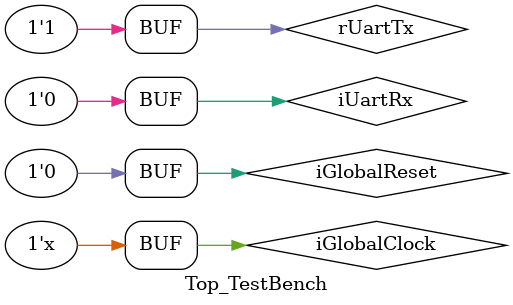
<source format=v>
`timescale 1ns / 1ps


module Top_TestBench;

	// Inputs
	reg iGlobalClock;
	reg iGlobalReset;
	reg rUartIn;
	reg wUartRx;
	
	
	always
	begin
		#5 iGlobalClock = ~iGlobalClock;
	end
	
	
	

	// Outputs
	wire oUartTx;

	// Instantiate the Unit Under Test (UUT)
	top uut (
		.iGlobalClock(iGlobalClock), 
		.iGlobalReset(iGlobalReset), 
		.oUartTx(wUartRx), 
		.iUartRx(rUartTx)
	);

	initial begin
		// Initialize Inputs
		iGlobalClock = 0;
		iGlobalReset = 0;
		iUartRx = 0;

		// Wait 100 ns for global reset to finish
		#100;
        
		iGlobalReset = 1'b1;
		#10
		iGlobalReset = 1'b0;
		
		
		//01001000 - H
		#5 rUartTx = 1'b0;
		#5 rUartTx = 1'b1;
		#5 rUartTx = 1'b0;
		#5 rUartTx = 1'b0;
		#5 rUartTx = 1'b1;
		#5 rUartTx = 1'b0;
		#5 rUartTx = 1'b0;
		#5 rUartTx = 1'b0;

		//01100101 - e
		#5 rUartTx = 1'b0;
		#5 rUartTx = 1'b1;
		#5 rUartTx = 1'b1;
		#5 rUartTx = 1'b0;
		#5 rUartTx = 1'b0;
		#5 rUartTx = 1'b1;
		#5 rUartTx = 1'b0;
		#5 rUartTx = 1'b1;

//01101100
//01101100
//01101111
//00100000
//01010111
//01101111
//01110010
//01101100
//01100100
	
	end
      
endmodule


</source>
